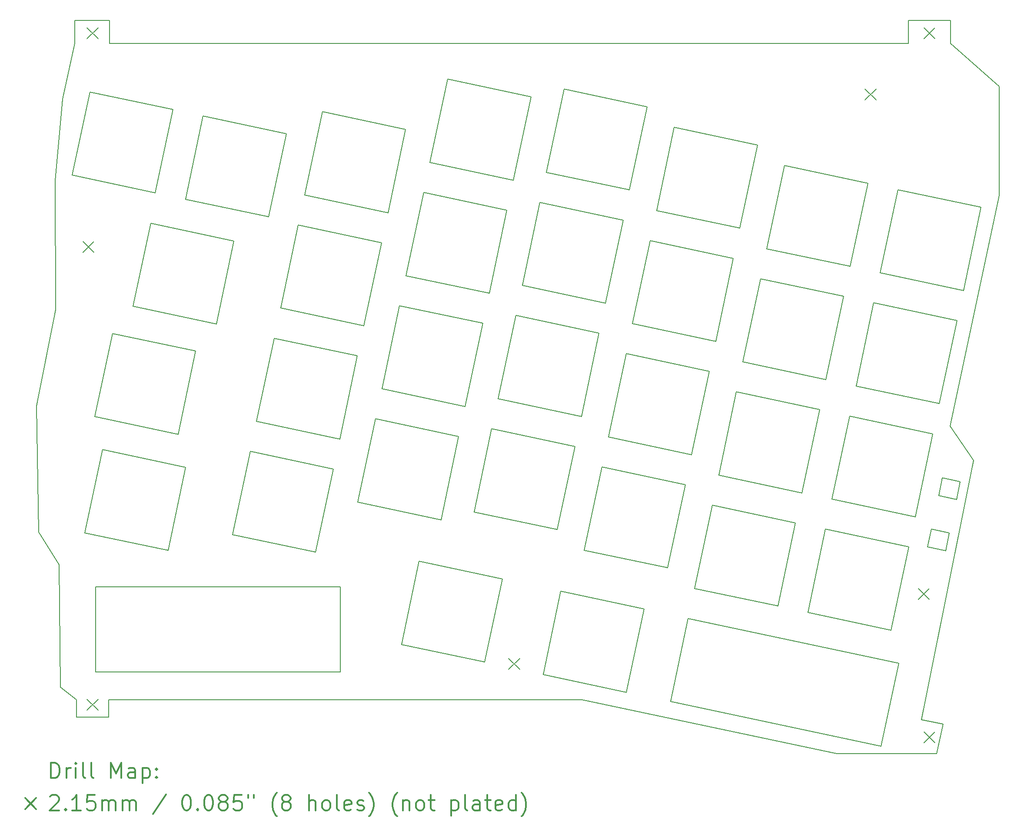
<source format=gbr>
%FSLAX45Y45*%
G04 Gerber Fmt 4.5, Leading zero omitted, Abs format (unit mm)*
G04 Created by KiCad (PCBNEW (5.1.5-0-10_14)) date 2020-04-18 18:34:12*
%MOMM*%
%LPD*%
G04 APERTURE LIST*
%TA.AperFunction,Profile*%
%ADD10C,0.200000*%
%TD*%
%ADD11C,0.200000*%
%ADD12C,0.300000*%
G04 APERTURE END LIST*
D10*
X18680448Y-11944299D02*
X18754314Y-11596785D01*
X19027963Y-12018166D02*
X18680448Y-11944299D01*
X19101830Y-11670652D02*
X19027963Y-12018166D01*
X18754314Y-11596785D02*
X19101830Y-11670652D01*
X18892921Y-10944744D02*
X18966788Y-10597230D01*
X19240436Y-11018611D02*
X18892921Y-10944744D01*
X19314303Y-10671096D02*
X19240436Y-11018611D01*
X18966788Y-10597230D02*
X19314303Y-10671096D01*
X13670274Y-14956559D02*
X14014996Y-13334776D01*
X17774472Y-15828931D02*
X13670274Y-14956559D01*
X18119194Y-14207148D02*
X17774472Y-15828931D01*
X14014996Y-13334776D02*
X18119194Y-14207148D01*
X17284152Y-8805494D02*
X17628874Y-7183710D01*
X18905940Y-9150215D02*
X17284152Y-8805494D01*
X19250662Y-7528431D02*
X18905940Y-9150215D01*
X17628874Y-7183710D02*
X19250662Y-7528431D01*
X16815104Y-11012179D02*
X17159826Y-9390396D01*
X18436892Y-11356900D02*
X16815104Y-11012179D01*
X18781614Y-9735117D02*
X18436892Y-11356900D01*
X17159826Y-9390396D02*
X18781614Y-9735117D01*
X16346050Y-13218895D02*
X16690772Y-11597112D01*
X17967838Y-13563616D02*
X16346050Y-13218895D01*
X18312560Y-11941833D02*
X17967838Y-13563616D01*
X16690772Y-11597112D02*
X18312560Y-11941833D01*
X14139328Y-12749843D02*
X14484050Y-11128060D01*
X15761116Y-13094564D02*
X14139328Y-12749843D01*
X16105838Y-11472781D02*
X15761116Y-13094564D01*
X14484050Y-11128060D02*
X16105838Y-11472781D01*
X14608382Y-10543127D02*
X14953104Y-8921343D01*
X16230170Y-10887848D02*
X14608382Y-10543127D01*
X16574892Y-9266064D02*
X16230170Y-10887848D01*
X14953104Y-8921343D02*
X16574892Y-9266064D01*
X15077429Y-8336441D02*
X15422151Y-6714658D01*
X16699217Y-8681162D02*
X15077429Y-8336441D01*
X17043939Y-7059379D02*
X16699217Y-8681162D01*
X15422151Y-6714658D02*
X17043939Y-7059379D01*
X12460259Y-9798388D02*
X12804981Y-8176605D01*
X14082046Y-10143109D02*
X12460259Y-9798388D01*
X14426768Y-8521326D02*
X14082046Y-10143109D01*
X12804981Y-8176605D02*
X14426768Y-8521326D01*
X12929312Y-7591672D02*
X13274034Y-5969888D01*
X14551100Y-7936393D02*
X12929312Y-7591672D01*
X14895822Y-6314609D02*
X14551100Y-7936393D01*
X13274034Y-5969888D02*
X14895822Y-6314609D01*
X10187869Y-9638276D02*
X11809656Y-9982997D01*
X7577790Y-11067005D02*
X7922512Y-9445222D01*
X9199578Y-11411726D02*
X7577790Y-11067005D01*
X9544300Y-9789943D02*
X9199578Y-11411726D01*
X11125970Y-5224874D02*
X12747757Y-5569595D01*
X8515898Y-6653573D02*
X8860620Y-5031790D01*
X10137686Y-6998294D02*
X8515898Y-6653573D01*
X10482408Y-5376511D02*
X10137686Y-6998294D01*
X8860620Y-5031790D02*
X10482408Y-5376511D01*
X6074649Y-7287879D02*
X6419371Y-5666095D01*
X7696436Y-7632600D02*
X6074649Y-7287879D01*
X11991205Y-12005104D02*
X12335927Y-10383321D01*
X13612992Y-12349825D02*
X11991205Y-12005104D01*
X13957714Y-10728042D02*
X13612992Y-12349825D01*
X12335927Y-10383321D02*
X13957714Y-10728042D01*
X11187558Y-14428842D02*
X11532280Y-12807059D01*
X12809346Y-14773563D02*
X11187558Y-14428842D01*
X13154068Y-13151780D02*
X12809346Y-14773563D01*
X11532280Y-12807059D02*
X13154068Y-13151780D01*
X8429186Y-13842533D02*
X8773908Y-12220750D01*
X10050973Y-14187254D02*
X8429186Y-13842533D01*
X10395696Y-12565471D02*
X10050973Y-14187254D01*
X8773908Y-12220750D02*
X10395696Y-12565471D01*
X9843147Y-11260059D02*
X10187869Y-9638276D01*
X11464934Y-11604780D02*
X9843147Y-11260059D01*
X11809656Y-9982997D02*
X11464934Y-11604780D01*
X7922512Y-9445222D02*
X9544300Y-9789943D01*
X8046844Y-8860289D02*
X8391566Y-7238506D01*
X9668632Y-9205010D02*
X8046844Y-8860289D01*
X10013354Y-7583227D02*
X9668632Y-9205010D01*
X8391566Y-7238506D02*
X10013354Y-7583227D01*
X10312200Y-9053343D02*
X10656922Y-7431559D01*
X11933988Y-9398064D02*
X10312200Y-9053343D01*
X12278710Y-7776280D02*
X11933988Y-9398064D01*
X10656922Y-7431559D02*
X12278710Y-7776280D01*
X10781248Y-6846657D02*
X11125970Y-5224874D01*
X12403035Y-7191378D02*
X10781248Y-6846657D01*
X12747757Y-5569595D02*
X12403035Y-7191378D01*
X2063546Y-1679025D02*
X2063546Y-2131501D01*
X2740867Y-1679025D02*
X2063546Y-1679025D01*
X2740867Y-2131501D02*
X2740867Y-1679025D01*
X2100820Y-14923963D02*
X2100820Y-15258536D01*
X1781909Y-14677459D02*
X2100820Y-14923963D01*
X1761959Y-12288100D02*
X1781909Y-14677459D01*
X1361953Y-11654411D02*
X1761959Y-12288100D01*
X1323445Y-9195765D02*
X1361953Y-11654411D01*
X1695256Y-7319066D02*
X1323445Y-9195765D01*
X16904123Y-15972630D02*
X18855854Y-15972630D01*
X11947053Y-14923723D02*
X16904123Y-15972630D01*
X2723419Y-14923723D02*
X11947053Y-14923723D01*
X2723419Y-15258265D02*
X2723419Y-14923723D01*
X2100820Y-15258536D02*
X2723419Y-15258265D01*
X2474478Y-12718303D02*
X7234588Y-12718303D01*
X19118746Y-9585653D02*
X19118746Y-9585653D01*
X19571683Y-10258553D02*
X19118746Y-9585653D01*
X18555965Y-15309104D02*
X19571683Y-10258553D01*
X18977804Y-15398794D02*
X18555965Y-15309104D01*
X18855854Y-15972630D02*
X18977804Y-15398794D01*
X19118746Y-9585653D02*
X20074060Y-5091330D01*
X1680556Y-4798854D02*
X1695256Y-7319066D01*
X1825482Y-3214361D02*
X1680556Y-4798854D01*
X2063546Y-2131501D02*
X1825482Y-3214361D01*
X18307309Y-2131501D02*
X2740867Y-2131501D01*
X18307309Y-1679025D02*
X18307309Y-2131501D01*
X19121989Y-1679025D02*
X18307309Y-1679025D01*
X8041158Y-6010816D02*
X7696436Y-7632600D01*
X6419371Y-5666095D02*
X8041158Y-6010816D01*
X5605595Y-9494595D02*
X5950317Y-7872812D01*
X7227383Y-9839316D02*
X5605595Y-9494595D01*
X7572105Y-8217533D02*
X7227383Y-9839316D01*
X5950317Y-7872812D02*
X7572105Y-8217533D01*
X5136541Y-11701311D02*
X5481263Y-10079528D01*
X6758329Y-12046032D02*
X5136541Y-11701311D01*
X7103051Y-10424249D02*
X6758329Y-12046032D01*
X5481263Y-10079528D02*
X7103051Y-10424249D01*
X2260874Y-11666674D02*
X2605596Y-10044891D01*
X3882662Y-12011395D02*
X2260874Y-11666674D01*
X4227384Y-10389612D02*
X3882662Y-12011395D01*
X2605596Y-10044891D02*
X4227384Y-10389612D01*
X2454670Y-9401451D02*
X2799392Y-7779667D01*
X4075722Y-9746015D02*
X2454670Y-9401451D01*
X4420444Y-8124232D02*
X4075722Y-9746015D01*
X2799392Y-7779667D02*
X4420444Y-8124232D01*
X3198982Y-7253242D02*
X3543704Y-5631459D01*
X4820770Y-7597963D02*
X3198982Y-7253242D01*
X5165492Y-5976180D02*
X4820770Y-7597963D01*
X3543704Y-5631459D02*
X5165492Y-5976180D01*
X2012994Y-4694737D02*
X2357716Y-3072953D01*
X3634782Y-5039458D02*
X2012994Y-4694737D01*
X3979504Y-3417674D02*
X3634782Y-5039458D01*
X2357716Y-3072953D02*
X3979504Y-3417674D01*
X4219717Y-5163789D02*
X4564439Y-3542006D01*
X5841504Y-5508510D02*
X4219717Y-5163789D01*
X6186226Y-3886727D02*
X5841504Y-5508510D01*
X4564439Y-3542006D02*
X6186226Y-3886727D01*
X6543702Y-5081163D02*
X6888424Y-3459379D01*
X8165490Y-5425884D02*
X6543702Y-5081163D01*
X8510212Y-3804100D02*
X8165490Y-5425884D01*
X6888424Y-3459379D02*
X8510212Y-3804100D01*
X8984945Y-4446888D02*
X9329667Y-2825104D01*
X10606733Y-4791609D02*
X8984945Y-4446888D01*
X10951455Y-3169825D02*
X10606733Y-4791609D01*
X9329667Y-2825104D02*
X10951455Y-3169825D01*
X11250301Y-4639941D02*
X11595024Y-3018158D01*
X12872089Y-4984662D02*
X11250301Y-4639941D01*
X13216811Y-3362879D02*
X12872089Y-4984662D01*
X11595024Y-3018158D02*
X13216811Y-3362879D01*
X13398360Y-5384986D02*
X13743082Y-3763203D01*
X15020147Y-5729707D02*
X13398360Y-5384986D01*
X15364869Y-4107924D02*
X15020147Y-5729707D01*
X13743082Y-3763203D02*
X15364869Y-4107924D01*
X15546483Y-6129725D02*
X15891205Y-4507942D01*
X17168271Y-6474446D02*
X15546483Y-6129725D01*
X17512993Y-4852663D02*
X17168271Y-6474446D01*
X15891205Y-4507942D02*
X17512993Y-4852663D01*
X17753206Y-6598777D02*
X18097928Y-4976994D01*
X19374993Y-6943498D02*
X17753206Y-6598777D01*
X19719715Y-5321715D02*
X19374993Y-6943498D01*
X18097928Y-4976994D02*
X19719715Y-5321715D01*
X2474478Y-14380798D02*
X2474478Y-12718303D01*
X7234588Y-14380798D02*
X2474478Y-14380798D01*
X7234588Y-12718303D02*
X7234588Y-14380798D01*
X19121989Y-2131501D02*
X19121989Y-1679025D01*
X20074060Y-2968517D02*
X19121989Y-2131501D01*
X20074060Y-5091330D02*
X20074060Y-2968517D01*
D11*
X18496476Y-12752012D02*
X18711476Y-12967012D01*
X18711476Y-12752012D02*
X18496476Y-12967012D01*
X10518336Y-14115992D02*
X10733336Y-14330992D01*
X10733336Y-14115992D02*
X10518336Y-14330992D01*
X2303976Y-1822392D02*
X2518976Y-2037392D01*
X2518976Y-1822392D02*
X2303976Y-2037392D01*
X2303976Y-14909488D02*
X2518976Y-15124488D01*
X2518976Y-14909488D02*
X2303976Y-15124488D01*
X17460156Y-3013652D02*
X17675156Y-3228652D01*
X17675156Y-3013652D02*
X17460156Y-3228652D01*
X18607728Y-15547536D02*
X18822728Y-15762536D01*
X18822728Y-15547536D02*
X18607728Y-15762536D01*
X2221680Y-5986468D02*
X2436680Y-6201468D01*
X2436680Y-5986468D02*
X2221680Y-6201468D01*
X18608236Y-1822392D02*
X18823236Y-2037392D01*
X18823236Y-1822392D02*
X18608236Y-2037392D01*
D12*
X1599873Y-16448344D02*
X1599873Y-16148344D01*
X1671301Y-16148344D01*
X1714159Y-16162630D01*
X1742730Y-16191201D01*
X1757016Y-16219773D01*
X1771301Y-16276916D01*
X1771301Y-16319773D01*
X1757016Y-16376916D01*
X1742730Y-16405487D01*
X1714159Y-16434058D01*
X1671301Y-16448344D01*
X1599873Y-16448344D01*
X1899873Y-16448344D02*
X1899873Y-16248344D01*
X1899873Y-16305487D02*
X1914159Y-16276916D01*
X1928444Y-16262630D01*
X1957016Y-16248344D01*
X1985587Y-16248344D01*
X2085587Y-16448344D02*
X2085587Y-16248344D01*
X2085587Y-16148344D02*
X2071301Y-16162630D01*
X2085587Y-16176916D01*
X2099873Y-16162630D01*
X2085587Y-16148344D01*
X2085587Y-16176916D01*
X2271302Y-16448344D02*
X2242730Y-16434058D01*
X2228444Y-16405487D01*
X2228444Y-16148344D01*
X2428444Y-16448344D02*
X2399873Y-16434058D01*
X2385587Y-16405487D01*
X2385587Y-16148344D01*
X2771302Y-16448344D02*
X2771302Y-16148344D01*
X2871301Y-16362630D01*
X2971301Y-16148344D01*
X2971301Y-16448344D01*
X3242730Y-16448344D02*
X3242730Y-16291201D01*
X3228444Y-16262630D01*
X3199873Y-16248344D01*
X3142730Y-16248344D01*
X3114159Y-16262630D01*
X3242730Y-16434058D02*
X3214159Y-16448344D01*
X3142730Y-16448344D01*
X3114159Y-16434058D01*
X3099873Y-16405487D01*
X3099873Y-16376916D01*
X3114159Y-16348344D01*
X3142730Y-16334058D01*
X3214159Y-16334058D01*
X3242730Y-16319773D01*
X3385587Y-16248344D02*
X3385587Y-16548344D01*
X3385587Y-16262630D02*
X3414159Y-16248344D01*
X3471301Y-16248344D01*
X3499873Y-16262630D01*
X3514159Y-16276916D01*
X3528444Y-16305487D01*
X3528444Y-16391201D01*
X3514159Y-16419773D01*
X3499873Y-16434058D01*
X3471301Y-16448344D01*
X3414159Y-16448344D01*
X3385587Y-16434058D01*
X3657016Y-16419773D02*
X3671301Y-16434058D01*
X3657016Y-16448344D01*
X3642730Y-16434058D01*
X3657016Y-16419773D01*
X3657016Y-16448344D01*
X3657016Y-16262630D02*
X3671301Y-16276916D01*
X3657016Y-16291201D01*
X3642730Y-16276916D01*
X3657016Y-16262630D01*
X3657016Y-16291201D01*
X1098444Y-16835130D02*
X1313444Y-17050130D01*
X1313444Y-16835130D02*
X1098444Y-17050130D01*
X1585587Y-16806916D02*
X1599873Y-16792630D01*
X1628444Y-16778344D01*
X1699873Y-16778344D01*
X1728444Y-16792630D01*
X1742730Y-16806916D01*
X1757016Y-16835487D01*
X1757016Y-16864059D01*
X1742730Y-16906916D01*
X1571301Y-17078344D01*
X1757016Y-17078344D01*
X1885587Y-17049773D02*
X1899873Y-17064059D01*
X1885587Y-17078344D01*
X1871301Y-17064059D01*
X1885587Y-17049773D01*
X1885587Y-17078344D01*
X2185587Y-17078344D02*
X2014159Y-17078344D01*
X2099873Y-17078344D02*
X2099873Y-16778344D01*
X2071301Y-16821201D01*
X2042730Y-16849773D01*
X2014159Y-16864059D01*
X2457016Y-16778344D02*
X2314159Y-16778344D01*
X2299873Y-16921201D01*
X2314159Y-16906916D01*
X2342730Y-16892630D01*
X2414159Y-16892630D01*
X2442730Y-16906916D01*
X2457016Y-16921201D01*
X2471302Y-16949773D01*
X2471302Y-17021201D01*
X2457016Y-17049773D01*
X2442730Y-17064059D01*
X2414159Y-17078344D01*
X2342730Y-17078344D01*
X2314159Y-17064059D01*
X2299873Y-17049773D01*
X2599873Y-17078344D02*
X2599873Y-16878344D01*
X2599873Y-16906916D02*
X2614159Y-16892630D01*
X2642730Y-16878344D01*
X2685587Y-16878344D01*
X2714159Y-16892630D01*
X2728444Y-16921201D01*
X2728444Y-17078344D01*
X2728444Y-16921201D02*
X2742730Y-16892630D01*
X2771302Y-16878344D01*
X2814159Y-16878344D01*
X2842730Y-16892630D01*
X2857016Y-16921201D01*
X2857016Y-17078344D01*
X2999873Y-17078344D02*
X2999873Y-16878344D01*
X2999873Y-16906916D02*
X3014159Y-16892630D01*
X3042730Y-16878344D01*
X3085587Y-16878344D01*
X3114159Y-16892630D01*
X3128444Y-16921201D01*
X3128444Y-17078344D01*
X3128444Y-16921201D02*
X3142730Y-16892630D01*
X3171301Y-16878344D01*
X3214159Y-16878344D01*
X3242730Y-16892630D01*
X3257016Y-16921201D01*
X3257016Y-17078344D01*
X3842730Y-16764058D02*
X3585587Y-17149773D01*
X4228444Y-16778344D02*
X4257016Y-16778344D01*
X4285587Y-16792630D01*
X4299873Y-16806916D01*
X4314159Y-16835487D01*
X4328444Y-16892630D01*
X4328444Y-16964059D01*
X4314159Y-17021201D01*
X4299873Y-17049773D01*
X4285587Y-17064059D01*
X4257016Y-17078344D01*
X4228444Y-17078344D01*
X4199873Y-17064059D01*
X4185587Y-17049773D01*
X4171301Y-17021201D01*
X4157016Y-16964059D01*
X4157016Y-16892630D01*
X4171301Y-16835487D01*
X4185587Y-16806916D01*
X4199873Y-16792630D01*
X4228444Y-16778344D01*
X4457016Y-17049773D02*
X4471302Y-17064059D01*
X4457016Y-17078344D01*
X4442730Y-17064059D01*
X4457016Y-17049773D01*
X4457016Y-17078344D01*
X4657016Y-16778344D02*
X4685587Y-16778344D01*
X4714159Y-16792630D01*
X4728444Y-16806916D01*
X4742730Y-16835487D01*
X4757016Y-16892630D01*
X4757016Y-16964059D01*
X4742730Y-17021201D01*
X4728444Y-17049773D01*
X4714159Y-17064059D01*
X4685587Y-17078344D01*
X4657016Y-17078344D01*
X4628444Y-17064059D01*
X4614159Y-17049773D01*
X4599873Y-17021201D01*
X4585587Y-16964059D01*
X4585587Y-16892630D01*
X4599873Y-16835487D01*
X4614159Y-16806916D01*
X4628444Y-16792630D01*
X4657016Y-16778344D01*
X4928444Y-16906916D02*
X4899873Y-16892630D01*
X4885587Y-16878344D01*
X4871302Y-16849773D01*
X4871302Y-16835487D01*
X4885587Y-16806916D01*
X4899873Y-16792630D01*
X4928444Y-16778344D01*
X4985587Y-16778344D01*
X5014159Y-16792630D01*
X5028444Y-16806916D01*
X5042730Y-16835487D01*
X5042730Y-16849773D01*
X5028444Y-16878344D01*
X5014159Y-16892630D01*
X4985587Y-16906916D01*
X4928444Y-16906916D01*
X4899873Y-16921201D01*
X4885587Y-16935487D01*
X4871302Y-16964059D01*
X4871302Y-17021201D01*
X4885587Y-17049773D01*
X4899873Y-17064059D01*
X4928444Y-17078344D01*
X4985587Y-17078344D01*
X5014159Y-17064059D01*
X5028444Y-17049773D01*
X5042730Y-17021201D01*
X5042730Y-16964059D01*
X5028444Y-16935487D01*
X5014159Y-16921201D01*
X4985587Y-16906916D01*
X5314159Y-16778344D02*
X5171302Y-16778344D01*
X5157016Y-16921201D01*
X5171302Y-16906916D01*
X5199873Y-16892630D01*
X5271302Y-16892630D01*
X5299873Y-16906916D01*
X5314159Y-16921201D01*
X5328444Y-16949773D01*
X5328444Y-17021201D01*
X5314159Y-17049773D01*
X5299873Y-17064059D01*
X5271302Y-17078344D01*
X5199873Y-17078344D01*
X5171302Y-17064059D01*
X5157016Y-17049773D01*
X5442730Y-16778344D02*
X5442730Y-16835487D01*
X5557016Y-16778344D02*
X5557016Y-16835487D01*
X5999873Y-17192630D02*
X5985587Y-17178344D01*
X5957016Y-17135487D01*
X5942730Y-17106916D01*
X5928444Y-17064059D01*
X5914159Y-16992630D01*
X5914159Y-16935487D01*
X5928444Y-16864059D01*
X5942730Y-16821201D01*
X5957016Y-16792630D01*
X5985587Y-16749773D01*
X5999873Y-16735487D01*
X6157016Y-16906916D02*
X6128444Y-16892630D01*
X6114159Y-16878344D01*
X6099873Y-16849773D01*
X6099873Y-16835487D01*
X6114159Y-16806916D01*
X6128444Y-16792630D01*
X6157016Y-16778344D01*
X6214159Y-16778344D01*
X6242730Y-16792630D01*
X6257016Y-16806916D01*
X6271301Y-16835487D01*
X6271301Y-16849773D01*
X6257016Y-16878344D01*
X6242730Y-16892630D01*
X6214159Y-16906916D01*
X6157016Y-16906916D01*
X6128444Y-16921201D01*
X6114159Y-16935487D01*
X6099873Y-16964059D01*
X6099873Y-17021201D01*
X6114159Y-17049773D01*
X6128444Y-17064059D01*
X6157016Y-17078344D01*
X6214159Y-17078344D01*
X6242730Y-17064059D01*
X6257016Y-17049773D01*
X6271301Y-17021201D01*
X6271301Y-16964059D01*
X6257016Y-16935487D01*
X6242730Y-16921201D01*
X6214159Y-16906916D01*
X6628444Y-17078344D02*
X6628444Y-16778344D01*
X6757016Y-17078344D02*
X6757016Y-16921201D01*
X6742730Y-16892630D01*
X6714159Y-16878344D01*
X6671301Y-16878344D01*
X6642730Y-16892630D01*
X6628444Y-16906916D01*
X6942730Y-17078344D02*
X6914159Y-17064059D01*
X6899873Y-17049773D01*
X6885587Y-17021201D01*
X6885587Y-16935487D01*
X6899873Y-16906916D01*
X6914159Y-16892630D01*
X6942730Y-16878344D01*
X6985587Y-16878344D01*
X7014159Y-16892630D01*
X7028444Y-16906916D01*
X7042730Y-16935487D01*
X7042730Y-17021201D01*
X7028444Y-17049773D01*
X7014159Y-17064059D01*
X6985587Y-17078344D01*
X6942730Y-17078344D01*
X7214159Y-17078344D02*
X7185587Y-17064059D01*
X7171301Y-17035487D01*
X7171301Y-16778344D01*
X7442730Y-17064059D02*
X7414159Y-17078344D01*
X7357016Y-17078344D01*
X7328444Y-17064059D01*
X7314159Y-17035487D01*
X7314159Y-16921201D01*
X7328444Y-16892630D01*
X7357016Y-16878344D01*
X7414159Y-16878344D01*
X7442730Y-16892630D01*
X7457016Y-16921201D01*
X7457016Y-16949773D01*
X7314159Y-16978344D01*
X7571301Y-17064059D02*
X7599873Y-17078344D01*
X7657016Y-17078344D01*
X7685587Y-17064059D01*
X7699873Y-17035487D01*
X7699873Y-17021201D01*
X7685587Y-16992630D01*
X7657016Y-16978344D01*
X7614159Y-16978344D01*
X7585587Y-16964059D01*
X7571301Y-16935487D01*
X7571301Y-16921201D01*
X7585587Y-16892630D01*
X7614159Y-16878344D01*
X7657016Y-16878344D01*
X7685587Y-16892630D01*
X7799873Y-17192630D02*
X7814159Y-17178344D01*
X7842730Y-17135487D01*
X7857016Y-17106916D01*
X7871301Y-17064059D01*
X7885587Y-16992630D01*
X7885587Y-16935487D01*
X7871301Y-16864059D01*
X7857016Y-16821201D01*
X7842730Y-16792630D01*
X7814159Y-16749773D01*
X7799873Y-16735487D01*
X8342730Y-17192630D02*
X8328444Y-17178344D01*
X8299873Y-17135487D01*
X8285587Y-17106916D01*
X8271301Y-17064059D01*
X8257016Y-16992630D01*
X8257016Y-16935487D01*
X8271301Y-16864059D01*
X8285587Y-16821201D01*
X8299873Y-16792630D01*
X8328444Y-16749773D01*
X8342730Y-16735487D01*
X8457016Y-16878344D02*
X8457016Y-17078344D01*
X8457016Y-16906916D02*
X8471302Y-16892630D01*
X8499873Y-16878344D01*
X8542730Y-16878344D01*
X8571302Y-16892630D01*
X8585587Y-16921201D01*
X8585587Y-17078344D01*
X8771302Y-17078344D02*
X8742730Y-17064059D01*
X8728444Y-17049773D01*
X8714159Y-17021201D01*
X8714159Y-16935487D01*
X8728444Y-16906916D01*
X8742730Y-16892630D01*
X8771302Y-16878344D01*
X8814159Y-16878344D01*
X8842730Y-16892630D01*
X8857016Y-16906916D01*
X8871302Y-16935487D01*
X8871302Y-17021201D01*
X8857016Y-17049773D01*
X8842730Y-17064059D01*
X8814159Y-17078344D01*
X8771302Y-17078344D01*
X8957016Y-16878344D02*
X9071302Y-16878344D01*
X8999873Y-16778344D02*
X8999873Y-17035487D01*
X9014159Y-17064059D01*
X9042730Y-17078344D01*
X9071302Y-17078344D01*
X9399873Y-16878344D02*
X9399873Y-17178344D01*
X9399873Y-16892630D02*
X9428444Y-16878344D01*
X9485587Y-16878344D01*
X9514159Y-16892630D01*
X9528444Y-16906916D01*
X9542730Y-16935487D01*
X9542730Y-17021201D01*
X9528444Y-17049773D01*
X9514159Y-17064059D01*
X9485587Y-17078344D01*
X9428444Y-17078344D01*
X9399873Y-17064059D01*
X9714159Y-17078344D02*
X9685587Y-17064059D01*
X9671302Y-17035487D01*
X9671302Y-16778344D01*
X9957016Y-17078344D02*
X9957016Y-16921201D01*
X9942730Y-16892630D01*
X9914159Y-16878344D01*
X9857016Y-16878344D01*
X9828444Y-16892630D01*
X9957016Y-17064059D02*
X9928444Y-17078344D01*
X9857016Y-17078344D01*
X9828444Y-17064059D01*
X9814159Y-17035487D01*
X9814159Y-17006916D01*
X9828444Y-16978344D01*
X9857016Y-16964059D01*
X9928444Y-16964059D01*
X9957016Y-16949773D01*
X10057016Y-16878344D02*
X10171302Y-16878344D01*
X10099873Y-16778344D02*
X10099873Y-17035487D01*
X10114159Y-17064059D01*
X10142730Y-17078344D01*
X10171302Y-17078344D01*
X10385587Y-17064059D02*
X10357016Y-17078344D01*
X10299873Y-17078344D01*
X10271302Y-17064059D01*
X10257016Y-17035487D01*
X10257016Y-16921201D01*
X10271302Y-16892630D01*
X10299873Y-16878344D01*
X10357016Y-16878344D01*
X10385587Y-16892630D01*
X10399873Y-16921201D01*
X10399873Y-16949773D01*
X10257016Y-16978344D01*
X10657016Y-17078344D02*
X10657016Y-16778344D01*
X10657016Y-17064059D02*
X10628444Y-17078344D01*
X10571302Y-17078344D01*
X10542730Y-17064059D01*
X10528444Y-17049773D01*
X10514159Y-17021201D01*
X10514159Y-16935487D01*
X10528444Y-16906916D01*
X10542730Y-16892630D01*
X10571302Y-16878344D01*
X10628444Y-16878344D01*
X10657016Y-16892630D01*
X10771302Y-17192630D02*
X10785587Y-17178344D01*
X10814159Y-17135487D01*
X10828444Y-17106916D01*
X10842730Y-17064059D01*
X10857016Y-16992630D01*
X10857016Y-16935487D01*
X10842730Y-16864059D01*
X10828444Y-16821201D01*
X10814159Y-16792630D01*
X10785587Y-16749773D01*
X10771302Y-16735487D01*
M02*

</source>
